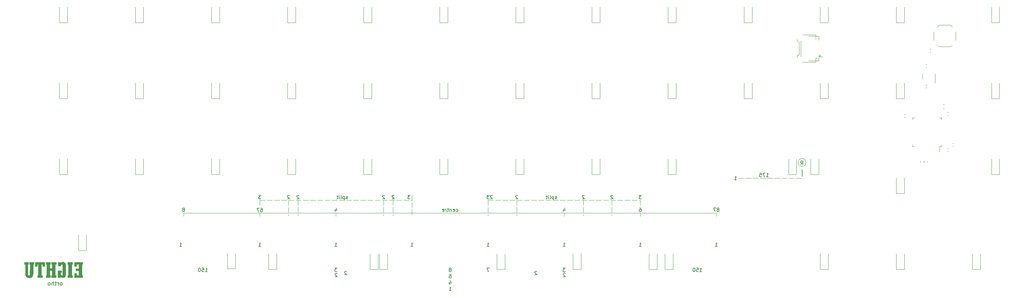
<source format=gbr>
%TF.GenerationSoftware,KiCad,Pcbnew,8.0.5*%
%TF.CreationDate,2024-10-14T19:27:37+02:00*%
%TF.ProjectId,Eightu Ortho,45696768-7475-4204-9f72-74686f2e6b69,rev?*%
%TF.SameCoordinates,Original*%
%TF.FileFunction,Legend,Bot*%
%TF.FilePolarity,Positive*%
%FSLAX46Y46*%
G04 Gerber Fmt 4.6, Leading zero omitted, Abs format (unit mm)*
G04 Created by KiCad (PCBNEW 8.0.5) date 2024-10-14 19:27:37*
%MOMM*%
%LPD*%
G01*
G04 APERTURE LIST*
%ADD10C,0.120000*%
%ADD11C,0.150000*%
%ADD12C,0.000000*%
G04 APERTURE END LIST*
D10*
X131762500Y-103981250D02*
X131762500Y-103187500D01*
X169862500Y-99912500D02*
X171182500Y-99912500D01*
X171662500Y-99912500D02*
X172982500Y-99912500D01*
X173462500Y-99912500D02*
X174782500Y-99912500D01*
X175262500Y-99912500D02*
X176582500Y-99912500D01*
X177062500Y-99912500D02*
X178382500Y-99912500D01*
X178862500Y-99912500D02*
X180182500Y-99912500D01*
X180662500Y-99912500D02*
X181982500Y-99912500D01*
X182462500Y-99912500D02*
X183782500Y-99912500D01*
X184262500Y-99912500D02*
X185582500Y-99912500D01*
X186062500Y-99912500D02*
X187382500Y-99912500D01*
X187862500Y-99912500D02*
X189182500Y-99912500D01*
X189662500Y-99912500D02*
X190982500Y-99912500D01*
X191462500Y-99912500D02*
X192782500Y-99912500D01*
X193262500Y-99912500D02*
X194582500Y-99912500D01*
X195062500Y-99912500D02*
X196382500Y-99912500D01*
X196862500Y-99912500D02*
X198182500Y-99912500D01*
X198662500Y-99912500D02*
X199982500Y-99912500D01*
X200462500Y-99912500D02*
X201782500Y-99912500D01*
X202262500Y-99912500D02*
X203582500Y-99912500D01*
X204062500Y-99912500D02*
X205382500Y-99912500D01*
X205862500Y-99912500D02*
X207182500Y-99912500D01*
X207662500Y-99912500D02*
X207962500Y-99912500D01*
X122237500Y-99912500D02*
X122237500Y-101232500D01*
X122237500Y-101712500D02*
X122237500Y-103032500D01*
X122237500Y-103512500D02*
X122237500Y-103881250D01*
X177006250Y-99912500D02*
X177006250Y-101232500D01*
X177006250Y-101712500D02*
X177006250Y-103032500D01*
X177006250Y-103512500D02*
X177006250Y-103881250D01*
X93662500Y-103187500D02*
X227012500Y-103187500D01*
X119856250Y-99912500D02*
X119856250Y-101232500D01*
X119856250Y-101712500D02*
X119856250Y-103032500D01*
X119856250Y-103512500D02*
X119856250Y-103881250D01*
X112712500Y-103981250D02*
X112712500Y-103187500D01*
X227012500Y-103981250D02*
X227012500Y-103187500D01*
X112712500Y-99912500D02*
X112712500Y-101232500D01*
X143668750Y-99912500D02*
X143668750Y-101232500D01*
X143668750Y-101712500D02*
X143668750Y-103032500D01*
X143668750Y-103512500D02*
X143668750Y-103881250D01*
X188912500Y-103981250D02*
X188912500Y-103187500D01*
X193690467Y-99896426D02*
X193690467Y-101216426D01*
X193690467Y-101696426D02*
X193690467Y-103016426D01*
X193690467Y-103496426D02*
X193690467Y-103865176D01*
D11*
X248443750Y-92266250D02*
X248443750Y-93916250D01*
D10*
X169862500Y-99912500D02*
X169862500Y-101232500D01*
X169862500Y-101712500D02*
X169862500Y-103032500D01*
X169862500Y-103512500D02*
X169862500Y-103881250D01*
X200818750Y-99912500D02*
X200818750Y-101232500D01*
X200818750Y-101712500D02*
X200818750Y-103032500D01*
X200818750Y-103512500D02*
X200818750Y-103881250D01*
X112712500Y-99912500D02*
X114032500Y-99912500D01*
X114512500Y-99912500D02*
X115832500Y-99912500D01*
X116312500Y-99912500D02*
X117632500Y-99912500D01*
X118112500Y-99912500D02*
X119432500Y-99912500D01*
X119912500Y-99912500D02*
X121232500Y-99912500D01*
X121712500Y-99912500D02*
X123032500Y-99912500D01*
X123512500Y-99912500D02*
X124832500Y-99912500D01*
X125312500Y-99912500D02*
X126632500Y-99912500D01*
X127112500Y-99912500D02*
X128432500Y-99912500D01*
X128912500Y-99912500D02*
X130232500Y-99912500D01*
X130712500Y-99912500D02*
X132032500Y-99912500D01*
X132512500Y-99912500D02*
X133832500Y-99912500D01*
X134312500Y-99912500D02*
X135632500Y-99912500D01*
X136112500Y-99912500D02*
X137432500Y-99912500D01*
X137912500Y-99912500D02*
X139232500Y-99912500D01*
X139712500Y-99912500D02*
X141032500Y-99912500D01*
X141512500Y-99912500D02*
X142832500Y-99912500D01*
X143312500Y-99912500D02*
X144632500Y-99912500D01*
X145112500Y-99912500D02*
X146432500Y-99912500D01*
X146912500Y-99912500D02*
X148232500Y-99912500D01*
X148712500Y-99912500D02*
X150032500Y-99912500D01*
X150512500Y-99912500D02*
X150812500Y-99912500D01*
X207962500Y-99912500D02*
X207962500Y-101232500D01*
X146050000Y-99910190D02*
X146050000Y-101230190D01*
X146050000Y-101710190D02*
X146050000Y-103030190D01*
X146050000Y-103510190D02*
X146050000Y-103878940D01*
X207962500Y-103981250D02*
X207962500Y-103187500D01*
X232568750Y-94456250D02*
X233888750Y-94456250D01*
X234368750Y-94456250D02*
X235688750Y-94456250D01*
X236168750Y-94456250D02*
X237488750Y-94456250D01*
X237968750Y-94456250D02*
X239288750Y-94456250D01*
X239768750Y-94456250D02*
X241088750Y-94456250D01*
X241568750Y-94456250D02*
X242888750Y-94456250D01*
X243368750Y-94456250D02*
X244688750Y-94456250D01*
X245168750Y-94456250D02*
X246488750Y-94456250D01*
X246968750Y-94456250D02*
X248288750Y-94456250D01*
X93662500Y-103981250D02*
X93662500Y-103187500D01*
X150802205Y-98678471D02*
X150804817Y-99998468D01*
X150805767Y-100478467D02*
X150808379Y-101798465D01*
X150809328Y-102278464D02*
X150811940Y-103598461D01*
D11*
X134400892Y-117863021D02*
X134358035Y-117820164D01*
X134358035Y-117820164D02*
X134272321Y-117777307D01*
X134272321Y-117777307D02*
X134058035Y-117777307D01*
X134058035Y-117777307D02*
X133972321Y-117820164D01*
X133972321Y-117820164D02*
X133929463Y-117863021D01*
X133929463Y-117863021D02*
X133886606Y-117948735D01*
X133886606Y-117948735D02*
X133886606Y-118034450D01*
X133886606Y-118034450D02*
X133929463Y-118163021D01*
X133929463Y-118163021D02*
X134443749Y-118677307D01*
X134443749Y-118677307D02*
X133886606Y-118677307D01*
X207705356Y-111533557D02*
X208219642Y-111533557D01*
X207962499Y-111533557D02*
X207962499Y-110633557D01*
X207962499Y-110633557D02*
X208048213Y-110762128D01*
X208048213Y-110762128D02*
X208133928Y-110847842D01*
X208133928Y-110847842D02*
X208219642Y-110890700D01*
X143925892Y-98813021D02*
X143883035Y-98770164D01*
X143883035Y-98770164D02*
X143797321Y-98727307D01*
X143797321Y-98727307D02*
X143583035Y-98727307D01*
X143583035Y-98727307D02*
X143497321Y-98770164D01*
X143497321Y-98770164D02*
X143454463Y-98813021D01*
X143454463Y-98813021D02*
X143411606Y-98898735D01*
X143411606Y-98898735D02*
X143411606Y-98984450D01*
X143411606Y-98984450D02*
X143454463Y-99113021D01*
X143454463Y-99113021D02*
X143968749Y-99627307D01*
X143968749Y-99627307D02*
X143411606Y-99627307D01*
X160186820Y-118571057D02*
X160358248Y-118571057D01*
X160358248Y-118571057D02*
X160443962Y-118613914D01*
X160443962Y-118613914D02*
X160486820Y-118656771D01*
X160486820Y-118656771D02*
X160572534Y-118785342D01*
X160572534Y-118785342D02*
X160615391Y-118956771D01*
X160615391Y-118956771D02*
X160615391Y-119299628D01*
X160615391Y-119299628D02*
X160572534Y-119385342D01*
X160572534Y-119385342D02*
X160529677Y-119428200D01*
X160529677Y-119428200D02*
X160443962Y-119471057D01*
X160443962Y-119471057D02*
X160272534Y-119471057D01*
X160272534Y-119471057D02*
X160186820Y-119428200D01*
X160186820Y-119428200D02*
X160143962Y-119385342D01*
X160143962Y-119385342D02*
X160101105Y-119299628D01*
X160101105Y-119299628D02*
X160101105Y-119085342D01*
X160101105Y-119085342D02*
X160143962Y-118999628D01*
X160143962Y-118999628D02*
X160186820Y-118956771D01*
X160186820Y-118956771D02*
X160272534Y-118913914D01*
X160272534Y-118913914D02*
X160443962Y-118913914D01*
X160443962Y-118913914D02*
X160529677Y-118956771D01*
X160529677Y-118956771D02*
X160572534Y-118999628D01*
X160572534Y-118999628D02*
X160615391Y-119085342D01*
X189212499Y-116983557D02*
X188655356Y-116983557D01*
X188655356Y-116983557D02*
X188955356Y-117326414D01*
X188955356Y-117326414D02*
X188826785Y-117326414D01*
X188826785Y-117326414D02*
X188741071Y-117369271D01*
X188741071Y-117369271D02*
X188698213Y-117412128D01*
X188698213Y-117412128D02*
X188655356Y-117497842D01*
X188655356Y-117497842D02*
X188655356Y-117712128D01*
X188655356Y-117712128D02*
X188698213Y-117797842D01*
X188698213Y-117797842D02*
X188741071Y-117840700D01*
X188741071Y-117840700D02*
X188826785Y-117883557D01*
X188826785Y-117883557D02*
X189083928Y-117883557D01*
X189083928Y-117883557D02*
X189169642Y-117840700D01*
X189169642Y-117840700D02*
X189212499Y-117797842D01*
X150318749Y-98727307D02*
X149761606Y-98727307D01*
X149761606Y-98727307D02*
X150061606Y-99070164D01*
X150061606Y-99070164D02*
X149933035Y-99070164D01*
X149933035Y-99070164D02*
X149847321Y-99113021D01*
X149847321Y-99113021D02*
X149804463Y-99155878D01*
X149804463Y-99155878D02*
X149761606Y-99241592D01*
X149761606Y-99241592D02*
X149761606Y-99455878D01*
X149761606Y-99455878D02*
X149804463Y-99541592D01*
X149804463Y-99541592D02*
X149847321Y-99584450D01*
X149847321Y-99584450D02*
X149933035Y-99627307D01*
X149933035Y-99627307D02*
X150190178Y-99627307D01*
X150190178Y-99627307D02*
X150275892Y-99584450D01*
X150275892Y-99584450D02*
X150318749Y-99541592D01*
X99024999Y-117883557D02*
X99539285Y-117883557D01*
X99282142Y-117883557D02*
X99282142Y-116983557D01*
X99282142Y-116983557D02*
X99367856Y-117112128D01*
X99367856Y-117112128D02*
X99453571Y-117197842D01*
X99453571Y-117197842D02*
X99539285Y-117240700D01*
X98210713Y-116983557D02*
X98639285Y-116983557D01*
X98639285Y-116983557D02*
X98682142Y-117412128D01*
X98682142Y-117412128D02*
X98639285Y-117369271D01*
X98639285Y-117369271D02*
X98553571Y-117326414D01*
X98553571Y-117326414D02*
X98339285Y-117326414D01*
X98339285Y-117326414D02*
X98253571Y-117369271D01*
X98253571Y-117369271D02*
X98210713Y-117412128D01*
X98210713Y-117412128D02*
X98167856Y-117497842D01*
X98167856Y-117497842D02*
X98167856Y-117712128D01*
X98167856Y-117712128D02*
X98210713Y-117797842D01*
X98210713Y-117797842D02*
X98253571Y-117840700D01*
X98253571Y-117840700D02*
X98339285Y-117883557D01*
X98339285Y-117883557D02*
X98553571Y-117883557D01*
X98553571Y-117883557D02*
X98639285Y-117840700D01*
X98639285Y-117840700D02*
X98682142Y-117797842D01*
X97610713Y-116983557D02*
X97524999Y-116983557D01*
X97524999Y-116983557D02*
X97439285Y-117026414D01*
X97439285Y-117026414D02*
X97396428Y-117069271D01*
X97396428Y-117069271D02*
X97353570Y-117154985D01*
X97353570Y-117154985D02*
X97310713Y-117326414D01*
X97310713Y-117326414D02*
X97310713Y-117540700D01*
X97310713Y-117540700D02*
X97353570Y-117712128D01*
X97353570Y-117712128D02*
X97396428Y-117797842D01*
X97396428Y-117797842D02*
X97439285Y-117840700D01*
X97439285Y-117840700D02*
X97524999Y-117883557D01*
X97524999Y-117883557D02*
X97610713Y-117883557D01*
X97610713Y-117883557D02*
X97696428Y-117840700D01*
X97696428Y-117840700D02*
X97739285Y-117797842D01*
X97739285Y-117797842D02*
X97782142Y-117712128D01*
X97782142Y-117712128D02*
X97824999Y-117540700D01*
X97824999Y-117540700D02*
X97824999Y-117326414D01*
X97824999Y-117326414D02*
X97782142Y-117154985D01*
X97782142Y-117154985D02*
X97739285Y-117069271D01*
X97739285Y-117069271D02*
X97696428Y-117026414D01*
X97696428Y-117026414D02*
X97610713Y-116983557D01*
X112455356Y-111533557D02*
X112969642Y-111533557D01*
X112712499Y-111533557D02*
X112712499Y-110633557D01*
X112712499Y-110633557D02*
X112798213Y-110762128D01*
X112798213Y-110762128D02*
X112883928Y-110847842D01*
X112883928Y-110847842D02*
X112969642Y-110890700D01*
X248113211Y-91025973D02*
X248413211Y-90597401D01*
X248627497Y-91025973D02*
X248627497Y-90125973D01*
X248627497Y-90125973D02*
X248284640Y-90125973D01*
X248284640Y-90125973D02*
X248198925Y-90168830D01*
X248198925Y-90168830D02*
X248156068Y-90211687D01*
X248156068Y-90211687D02*
X248113211Y-90297401D01*
X248113211Y-90297401D02*
X248113211Y-90425973D01*
X248113211Y-90425973D02*
X248156068Y-90511687D01*
X248156068Y-90511687D02*
X248198925Y-90554544D01*
X248198925Y-90554544D02*
X248284640Y-90597401D01*
X248284640Y-90597401D02*
X248627497Y-90597401D01*
X132035003Y-118380257D02*
X131992146Y-118337400D01*
X131992146Y-118337400D02*
X131906432Y-118294543D01*
X131906432Y-118294543D02*
X131692146Y-118294543D01*
X131692146Y-118294543D02*
X131606432Y-118337400D01*
X131606432Y-118337400D02*
X131563574Y-118380257D01*
X131563574Y-118380257D02*
X131520717Y-118465971D01*
X131520717Y-118465971D02*
X131520717Y-118551686D01*
X131520717Y-118551686D02*
X131563574Y-118680257D01*
X131563574Y-118680257D02*
X132077860Y-119194543D01*
X132077860Y-119194543D02*
X131520717Y-119194543D01*
X131591071Y-102202307D02*
X131591071Y-102802307D01*
X131805356Y-101859450D02*
X132019642Y-102502307D01*
X132019642Y-102502307D02*
X131462499Y-102502307D01*
X113012499Y-98727307D02*
X112455356Y-98727307D01*
X112455356Y-98727307D02*
X112755356Y-99070164D01*
X112755356Y-99070164D02*
X112626785Y-99070164D01*
X112626785Y-99070164D02*
X112541071Y-99113021D01*
X112541071Y-99113021D02*
X112498213Y-99155878D01*
X112498213Y-99155878D02*
X112455356Y-99241592D01*
X112455356Y-99241592D02*
X112455356Y-99455878D01*
X112455356Y-99455878D02*
X112498213Y-99541592D01*
X112498213Y-99541592D02*
X112541071Y-99584450D01*
X112541071Y-99584450D02*
X112626785Y-99627307D01*
X112626785Y-99627307D02*
X112883928Y-99627307D01*
X112883928Y-99627307D02*
X112969642Y-99584450D01*
X112969642Y-99584450D02*
X113012499Y-99541592D01*
X150555356Y-111533557D02*
X151069642Y-111533557D01*
X150812499Y-111533557D02*
X150812499Y-110633557D01*
X150812499Y-110633557D02*
X150898213Y-110762128D01*
X150898213Y-110762128D02*
X150983928Y-110847842D01*
X150983928Y-110847842D02*
X151069642Y-110890700D01*
X231517856Y-94864807D02*
X232032142Y-94864807D01*
X231774999Y-94864807D02*
X231774999Y-93964807D01*
X231774999Y-93964807D02*
X231860713Y-94093378D01*
X231860713Y-94093378D02*
X231946428Y-94179092D01*
X231946428Y-94179092D02*
X232032142Y-94221950D01*
X160080356Y-122646057D02*
X160594642Y-122646057D01*
X160337499Y-122646057D02*
X160337499Y-121746057D01*
X160337499Y-121746057D02*
X160423213Y-121874628D01*
X160423213Y-121874628D02*
X160508928Y-121960342D01*
X160508928Y-121960342D02*
X160594642Y-122003200D01*
X170162499Y-116983557D02*
X169562499Y-116983557D01*
X169562499Y-116983557D02*
X169948213Y-117883557D01*
X63020363Y-121313569D02*
X63115601Y-121265950D01*
X63115601Y-121265950D02*
X63163220Y-121218330D01*
X63163220Y-121218330D02*
X63210839Y-121123092D01*
X63210839Y-121123092D02*
X63210839Y-120837378D01*
X63210839Y-120837378D02*
X63163220Y-120742140D01*
X63163220Y-120742140D02*
X63115601Y-120694521D01*
X63115601Y-120694521D02*
X63020363Y-120646902D01*
X63020363Y-120646902D02*
X62877506Y-120646902D01*
X62877506Y-120646902D02*
X62782268Y-120694521D01*
X62782268Y-120694521D02*
X62734649Y-120742140D01*
X62734649Y-120742140D02*
X62687030Y-120837378D01*
X62687030Y-120837378D02*
X62687030Y-121123092D01*
X62687030Y-121123092D02*
X62734649Y-121218330D01*
X62734649Y-121218330D02*
X62782268Y-121265950D01*
X62782268Y-121265950D02*
X62877506Y-121313569D01*
X62877506Y-121313569D02*
X63020363Y-121313569D01*
X62258458Y-121313569D02*
X62258458Y-120646902D01*
X62258458Y-120837378D02*
X62210839Y-120742140D01*
X62210839Y-120742140D02*
X62163220Y-120694521D01*
X62163220Y-120694521D02*
X62067982Y-120646902D01*
X62067982Y-120646902D02*
X61972744Y-120646902D01*
X61782267Y-120646902D02*
X61401315Y-120646902D01*
X61639410Y-120313569D02*
X61639410Y-121170711D01*
X61639410Y-121170711D02*
X61591791Y-121265950D01*
X61591791Y-121265950D02*
X61496553Y-121313569D01*
X61496553Y-121313569D02*
X61401315Y-121313569D01*
X61067981Y-121313569D02*
X61067981Y-120313569D01*
X60639410Y-121313569D02*
X60639410Y-120789759D01*
X60639410Y-120789759D02*
X60687029Y-120694521D01*
X60687029Y-120694521D02*
X60782267Y-120646902D01*
X60782267Y-120646902D02*
X60925124Y-120646902D01*
X60925124Y-120646902D02*
X61020362Y-120694521D01*
X61020362Y-120694521D02*
X61067981Y-120742140D01*
X60020362Y-121313569D02*
X60115600Y-121265950D01*
X60115600Y-121265950D02*
X60163219Y-121218330D01*
X60163219Y-121218330D02*
X60210838Y-121123092D01*
X60210838Y-121123092D02*
X60210838Y-120837378D01*
X60210838Y-120837378D02*
X60163219Y-120742140D01*
X60163219Y-120742140D02*
X60115600Y-120694521D01*
X60115600Y-120694521D02*
X60020362Y-120646902D01*
X60020362Y-120646902D02*
X59877505Y-120646902D01*
X59877505Y-120646902D02*
X59782267Y-120694521D01*
X59782267Y-120694521D02*
X59734648Y-120742140D01*
X59734648Y-120742140D02*
X59687029Y-120837378D01*
X59687029Y-120837378D02*
X59687029Y-121123092D01*
X59687029Y-121123092D02*
X59734648Y-121218330D01*
X59734648Y-121218330D02*
X59782267Y-121265950D01*
X59782267Y-121265950D02*
X59877505Y-121313569D01*
X59877505Y-121313569D02*
X60020362Y-121313569D01*
X193932142Y-98813021D02*
X193889285Y-98770164D01*
X193889285Y-98770164D02*
X193803571Y-98727307D01*
X193803571Y-98727307D02*
X193589285Y-98727307D01*
X193589285Y-98727307D02*
X193503571Y-98770164D01*
X193503571Y-98770164D02*
X193460713Y-98813021D01*
X193460713Y-98813021D02*
X193417856Y-98898735D01*
X193417856Y-98898735D02*
X193417856Y-98984450D01*
X193417856Y-98984450D02*
X193460713Y-99113021D01*
X193460713Y-99113021D02*
X193974999Y-99627307D01*
X193974999Y-99627307D02*
X193417856Y-99627307D01*
X208262499Y-98727307D02*
X207705356Y-98727307D01*
X207705356Y-98727307D02*
X208005356Y-99070164D01*
X208005356Y-99070164D02*
X207876785Y-99070164D01*
X207876785Y-99070164D02*
X207791071Y-99113021D01*
X207791071Y-99113021D02*
X207748213Y-99155878D01*
X207748213Y-99155878D02*
X207705356Y-99241592D01*
X207705356Y-99241592D02*
X207705356Y-99455878D01*
X207705356Y-99455878D02*
X207748213Y-99541592D01*
X207748213Y-99541592D02*
X207791071Y-99584450D01*
X207791071Y-99584450D02*
X207876785Y-99627307D01*
X207876785Y-99627307D02*
X208133928Y-99627307D01*
X208133928Y-99627307D02*
X208219642Y-99584450D01*
X208219642Y-99584450D02*
X208262499Y-99541592D01*
X188655356Y-111533557D02*
X189169642Y-111533557D01*
X188912499Y-111533557D02*
X188912499Y-110633557D01*
X188912499Y-110633557D02*
X188998213Y-110762128D01*
X188998213Y-110762128D02*
X189083928Y-110847842D01*
X189083928Y-110847842D02*
X189169642Y-110890700D01*
X187044642Y-99584450D02*
X186958928Y-99627307D01*
X186958928Y-99627307D02*
X186787499Y-99627307D01*
X186787499Y-99627307D02*
X186701785Y-99584450D01*
X186701785Y-99584450D02*
X186658928Y-99498735D01*
X186658928Y-99498735D02*
X186658928Y-99455878D01*
X186658928Y-99455878D02*
X186701785Y-99370164D01*
X186701785Y-99370164D02*
X186787499Y-99327307D01*
X186787499Y-99327307D02*
X186916071Y-99327307D01*
X186916071Y-99327307D02*
X187001785Y-99284450D01*
X187001785Y-99284450D02*
X187044642Y-99198735D01*
X187044642Y-99198735D02*
X187044642Y-99155878D01*
X187044642Y-99155878D02*
X187001785Y-99070164D01*
X187001785Y-99070164D02*
X186916071Y-99027307D01*
X186916071Y-99027307D02*
X186787499Y-99027307D01*
X186787499Y-99027307D02*
X186701785Y-99070164D01*
X186273214Y-99027307D02*
X186273214Y-99927307D01*
X186273214Y-99070164D02*
X186187500Y-99027307D01*
X186187500Y-99027307D02*
X186016071Y-99027307D01*
X186016071Y-99027307D02*
X185930357Y-99070164D01*
X185930357Y-99070164D02*
X185887500Y-99113021D01*
X185887500Y-99113021D02*
X185844642Y-99198735D01*
X185844642Y-99198735D02*
X185844642Y-99455878D01*
X185844642Y-99455878D02*
X185887500Y-99541592D01*
X185887500Y-99541592D02*
X185930357Y-99584450D01*
X185930357Y-99584450D02*
X186016071Y-99627307D01*
X186016071Y-99627307D02*
X186187500Y-99627307D01*
X186187500Y-99627307D02*
X186273214Y-99584450D01*
X185330356Y-99627307D02*
X185416071Y-99584450D01*
X185416071Y-99584450D02*
X185458928Y-99498735D01*
X185458928Y-99498735D02*
X185458928Y-98727307D01*
X184987499Y-99627307D02*
X184987499Y-99027307D01*
X184987499Y-98727307D02*
X185030356Y-98770164D01*
X185030356Y-98770164D02*
X184987499Y-98813021D01*
X184987499Y-98813021D02*
X184944642Y-98770164D01*
X184944642Y-98770164D02*
X184987499Y-98727307D01*
X184987499Y-98727307D02*
X184987499Y-98813021D01*
X184687499Y-99027307D02*
X184344642Y-99027307D01*
X184558928Y-98727307D02*
X184558928Y-99498735D01*
X184558928Y-99498735D02*
X184516071Y-99584450D01*
X184516071Y-99584450D02*
X184430356Y-99627307D01*
X184430356Y-99627307D02*
X184344642Y-99627307D01*
X226755356Y-111533557D02*
X227269642Y-111533557D01*
X227012499Y-111533557D02*
X227012499Y-110633557D01*
X227012499Y-110633557D02*
X227098213Y-110762128D01*
X227098213Y-110762128D02*
X227183928Y-110847842D01*
X227183928Y-110847842D02*
X227269642Y-110890700D01*
X93748213Y-102288021D02*
X93833928Y-102245164D01*
X93833928Y-102245164D02*
X93876785Y-102202307D01*
X93876785Y-102202307D02*
X93919642Y-102116592D01*
X93919642Y-102116592D02*
X93919642Y-102073735D01*
X93919642Y-102073735D02*
X93876785Y-101988021D01*
X93876785Y-101988021D02*
X93833928Y-101945164D01*
X93833928Y-101945164D02*
X93748213Y-101902307D01*
X93748213Y-101902307D02*
X93576785Y-101902307D01*
X93576785Y-101902307D02*
X93491071Y-101945164D01*
X93491071Y-101945164D02*
X93448213Y-101988021D01*
X93448213Y-101988021D02*
X93405356Y-102073735D01*
X93405356Y-102073735D02*
X93405356Y-102116592D01*
X93405356Y-102116592D02*
X93448213Y-102202307D01*
X93448213Y-102202307D02*
X93491071Y-102245164D01*
X93491071Y-102245164D02*
X93576785Y-102288021D01*
X93576785Y-102288021D02*
X93748213Y-102288021D01*
X93748213Y-102288021D02*
X93833928Y-102330878D01*
X93833928Y-102330878D02*
X93876785Y-102373735D01*
X93876785Y-102373735D02*
X93919642Y-102459450D01*
X93919642Y-102459450D02*
X93919642Y-102630878D01*
X93919642Y-102630878D02*
X93876785Y-102716592D01*
X93876785Y-102716592D02*
X93833928Y-102759450D01*
X93833928Y-102759450D02*
X93748213Y-102802307D01*
X93748213Y-102802307D02*
X93576785Y-102802307D01*
X93576785Y-102802307D02*
X93491071Y-102759450D01*
X93491071Y-102759450D02*
X93448213Y-102716592D01*
X93448213Y-102716592D02*
X93405356Y-102630878D01*
X93405356Y-102630878D02*
X93405356Y-102459450D01*
X93405356Y-102459450D02*
X93448213Y-102373735D01*
X93448213Y-102373735D02*
X93491071Y-102330878D01*
X93491071Y-102330878D02*
X93576785Y-102288021D01*
X131505356Y-111533557D02*
X132019642Y-111533557D01*
X131762499Y-111533557D02*
X131762499Y-110633557D01*
X131762499Y-110633557D02*
X131848213Y-110762128D01*
X131848213Y-110762128D02*
X131933928Y-110847842D01*
X131933928Y-110847842D02*
X132019642Y-110890700D01*
X239518749Y-94071057D02*
X240033035Y-94071057D01*
X239775892Y-94071057D02*
X239775892Y-93171057D01*
X239775892Y-93171057D02*
X239861606Y-93299628D01*
X239861606Y-93299628D02*
X239947321Y-93385342D01*
X239947321Y-93385342D02*
X240033035Y-93428200D01*
X239218749Y-93171057D02*
X238618749Y-93171057D01*
X238618749Y-93171057D02*
X239004463Y-94071057D01*
X237847320Y-93171057D02*
X238275892Y-93171057D01*
X238275892Y-93171057D02*
X238318749Y-93599628D01*
X238318749Y-93599628D02*
X238275892Y-93556771D01*
X238275892Y-93556771D02*
X238190178Y-93513914D01*
X238190178Y-93513914D02*
X237975892Y-93513914D01*
X237975892Y-93513914D02*
X237890178Y-93556771D01*
X237890178Y-93556771D02*
X237847320Y-93599628D01*
X237847320Y-93599628D02*
X237804463Y-93685342D01*
X237804463Y-93685342D02*
X237804463Y-93899628D01*
X237804463Y-93899628D02*
X237847320Y-93985342D01*
X237847320Y-93985342D02*
X237890178Y-94028200D01*
X237890178Y-94028200D02*
X237975892Y-94071057D01*
X237975892Y-94071057D02*
X238190178Y-94071057D01*
X238190178Y-94071057D02*
X238275892Y-94028200D01*
X238275892Y-94028200D02*
X238318749Y-93985342D01*
X122494642Y-98813021D02*
X122451785Y-98770164D01*
X122451785Y-98770164D02*
X122366071Y-98727307D01*
X122366071Y-98727307D02*
X122151785Y-98727307D01*
X122151785Y-98727307D02*
X122066071Y-98770164D01*
X122066071Y-98770164D02*
X122023213Y-98813021D01*
X122023213Y-98813021D02*
X121980356Y-98898735D01*
X121980356Y-98898735D02*
X121980356Y-98984450D01*
X121980356Y-98984450D02*
X122023213Y-99113021D01*
X122023213Y-99113021D02*
X122537499Y-99627307D01*
X122537499Y-99627307D02*
X121980356Y-99627307D01*
X182025892Y-117863021D02*
X181983035Y-117820164D01*
X181983035Y-117820164D02*
X181897321Y-117777307D01*
X181897321Y-117777307D02*
X181683035Y-117777307D01*
X181683035Y-117777307D02*
X181597321Y-117820164D01*
X181597321Y-117820164D02*
X181554463Y-117863021D01*
X181554463Y-117863021D02*
X181511606Y-117948735D01*
X181511606Y-117948735D02*
X181511606Y-118034450D01*
X181511606Y-118034450D02*
X181554463Y-118163021D01*
X181554463Y-118163021D02*
X182068749Y-118677307D01*
X182068749Y-118677307D02*
X181511606Y-118677307D01*
X201075892Y-98813021D02*
X201033035Y-98770164D01*
X201033035Y-98770164D02*
X200947321Y-98727307D01*
X200947321Y-98727307D02*
X200733035Y-98727307D01*
X200733035Y-98727307D02*
X200647321Y-98770164D01*
X200647321Y-98770164D02*
X200604463Y-98813021D01*
X200604463Y-98813021D02*
X200561606Y-98898735D01*
X200561606Y-98898735D02*
X200561606Y-98984450D01*
X200561606Y-98984450D02*
X200604463Y-99113021D01*
X200604463Y-99113021D02*
X201118749Y-99627307D01*
X201118749Y-99627307D02*
X200561606Y-99627307D01*
X222849999Y-117883557D02*
X223364285Y-117883557D01*
X223107142Y-117883557D02*
X223107142Y-116983557D01*
X223107142Y-116983557D02*
X223192856Y-117112128D01*
X223192856Y-117112128D02*
X223278571Y-117197842D01*
X223278571Y-117197842D02*
X223364285Y-117240700D01*
X222035713Y-116983557D02*
X222464285Y-116983557D01*
X222464285Y-116983557D02*
X222507142Y-117412128D01*
X222507142Y-117412128D02*
X222464285Y-117369271D01*
X222464285Y-117369271D02*
X222378571Y-117326414D01*
X222378571Y-117326414D02*
X222164285Y-117326414D01*
X222164285Y-117326414D02*
X222078571Y-117369271D01*
X222078571Y-117369271D02*
X222035713Y-117412128D01*
X222035713Y-117412128D02*
X221992856Y-117497842D01*
X221992856Y-117497842D02*
X221992856Y-117712128D01*
X221992856Y-117712128D02*
X222035713Y-117797842D01*
X222035713Y-117797842D02*
X222078571Y-117840700D01*
X222078571Y-117840700D02*
X222164285Y-117883557D01*
X222164285Y-117883557D02*
X222378571Y-117883557D01*
X222378571Y-117883557D02*
X222464285Y-117840700D01*
X222464285Y-117840700D02*
X222507142Y-117797842D01*
X221435713Y-116983557D02*
X221349999Y-116983557D01*
X221349999Y-116983557D02*
X221264285Y-117026414D01*
X221264285Y-117026414D02*
X221221428Y-117069271D01*
X221221428Y-117069271D02*
X221178570Y-117154985D01*
X221178570Y-117154985D02*
X221135713Y-117326414D01*
X221135713Y-117326414D02*
X221135713Y-117540700D01*
X221135713Y-117540700D02*
X221178570Y-117712128D01*
X221178570Y-117712128D02*
X221221428Y-117797842D01*
X221221428Y-117797842D02*
X221264285Y-117840700D01*
X221264285Y-117840700D02*
X221349999Y-117883557D01*
X221349999Y-117883557D02*
X221435713Y-117883557D01*
X221435713Y-117883557D02*
X221521428Y-117840700D01*
X221521428Y-117840700D02*
X221564285Y-117797842D01*
X221564285Y-117797842D02*
X221607142Y-117712128D01*
X221607142Y-117712128D02*
X221649999Y-117540700D01*
X221649999Y-117540700D02*
X221649999Y-117326414D01*
X221649999Y-117326414D02*
X221607142Y-117154985D01*
X221607142Y-117154985D02*
X221564285Y-117069271D01*
X221564285Y-117069271D02*
X221521428Y-117026414D01*
X221521428Y-117026414D02*
X221435713Y-116983557D01*
X112932798Y-101973888D02*
X113104226Y-101973888D01*
X113104226Y-101973888D02*
X113189940Y-102016745D01*
X113189940Y-102016745D02*
X113232798Y-102059602D01*
X113232798Y-102059602D02*
X113318512Y-102188173D01*
X113318512Y-102188173D02*
X113361369Y-102359602D01*
X113361369Y-102359602D02*
X113361369Y-102702459D01*
X113361369Y-102702459D02*
X113318512Y-102788173D01*
X113318512Y-102788173D02*
X113275655Y-102831031D01*
X113275655Y-102831031D02*
X113189940Y-102873888D01*
X113189940Y-102873888D02*
X113018512Y-102873888D01*
X113018512Y-102873888D02*
X112932798Y-102831031D01*
X112932798Y-102831031D02*
X112889940Y-102788173D01*
X112889940Y-102788173D02*
X112847083Y-102702459D01*
X112847083Y-102702459D02*
X112847083Y-102488173D01*
X112847083Y-102488173D02*
X112889940Y-102402459D01*
X112889940Y-102402459D02*
X112932798Y-102359602D01*
X112932798Y-102359602D02*
X113018512Y-102316745D01*
X113018512Y-102316745D02*
X113189940Y-102316745D01*
X113189940Y-102316745D02*
X113275655Y-102359602D01*
X113275655Y-102359602D02*
X113318512Y-102402459D01*
X113318512Y-102402459D02*
X113361369Y-102488173D01*
X170913392Y-98813021D02*
X170870535Y-98770164D01*
X170870535Y-98770164D02*
X170784821Y-98727307D01*
X170784821Y-98727307D02*
X170570535Y-98727307D01*
X170570535Y-98727307D02*
X170484821Y-98770164D01*
X170484821Y-98770164D02*
X170441963Y-98813021D01*
X170441963Y-98813021D02*
X170399106Y-98898735D01*
X170399106Y-98898735D02*
X170399106Y-98984450D01*
X170399106Y-98984450D02*
X170441963Y-99113021D01*
X170441963Y-99113021D02*
X170956249Y-99627307D01*
X170956249Y-99627307D02*
X170399106Y-99627307D01*
X160170279Y-120484852D02*
X160170279Y-121084852D01*
X160384564Y-120141995D02*
X160598850Y-120784852D01*
X160598850Y-120784852D02*
X160041707Y-120784852D01*
X134657142Y-99584450D02*
X134571428Y-99627307D01*
X134571428Y-99627307D02*
X134399999Y-99627307D01*
X134399999Y-99627307D02*
X134314285Y-99584450D01*
X134314285Y-99584450D02*
X134271428Y-99498735D01*
X134271428Y-99498735D02*
X134271428Y-99455878D01*
X134271428Y-99455878D02*
X134314285Y-99370164D01*
X134314285Y-99370164D02*
X134399999Y-99327307D01*
X134399999Y-99327307D02*
X134528571Y-99327307D01*
X134528571Y-99327307D02*
X134614285Y-99284450D01*
X134614285Y-99284450D02*
X134657142Y-99198735D01*
X134657142Y-99198735D02*
X134657142Y-99155878D01*
X134657142Y-99155878D02*
X134614285Y-99070164D01*
X134614285Y-99070164D02*
X134528571Y-99027307D01*
X134528571Y-99027307D02*
X134399999Y-99027307D01*
X134399999Y-99027307D02*
X134314285Y-99070164D01*
X133885714Y-99027307D02*
X133885714Y-99927307D01*
X133885714Y-99070164D02*
X133800000Y-99027307D01*
X133800000Y-99027307D02*
X133628571Y-99027307D01*
X133628571Y-99027307D02*
X133542857Y-99070164D01*
X133542857Y-99070164D02*
X133500000Y-99113021D01*
X133500000Y-99113021D02*
X133457142Y-99198735D01*
X133457142Y-99198735D02*
X133457142Y-99455878D01*
X133457142Y-99455878D02*
X133500000Y-99541592D01*
X133500000Y-99541592D02*
X133542857Y-99584450D01*
X133542857Y-99584450D02*
X133628571Y-99627307D01*
X133628571Y-99627307D02*
X133800000Y-99627307D01*
X133800000Y-99627307D02*
X133885714Y-99584450D01*
X132942856Y-99627307D02*
X133028571Y-99584450D01*
X133028571Y-99584450D02*
X133071428Y-99498735D01*
X133071428Y-99498735D02*
X133071428Y-98727307D01*
X132599999Y-99627307D02*
X132599999Y-99027307D01*
X132599999Y-98727307D02*
X132642856Y-98770164D01*
X132642856Y-98770164D02*
X132599999Y-98813021D01*
X132599999Y-98813021D02*
X132557142Y-98770164D01*
X132557142Y-98770164D02*
X132599999Y-98727307D01*
X132599999Y-98727307D02*
X132599999Y-98813021D01*
X132299999Y-99027307D02*
X131957142Y-99027307D01*
X132171428Y-98727307D02*
X132171428Y-99498735D01*
X132171428Y-99498735D02*
X132128571Y-99584450D01*
X132128571Y-99584450D02*
X132042856Y-99627307D01*
X132042856Y-99627307D02*
X131957142Y-99627307D01*
X160443962Y-117369271D02*
X160529677Y-117326414D01*
X160529677Y-117326414D02*
X160572534Y-117283557D01*
X160572534Y-117283557D02*
X160615391Y-117197842D01*
X160615391Y-117197842D02*
X160615391Y-117154985D01*
X160615391Y-117154985D02*
X160572534Y-117069271D01*
X160572534Y-117069271D02*
X160529677Y-117026414D01*
X160529677Y-117026414D02*
X160443962Y-116983557D01*
X160443962Y-116983557D02*
X160272534Y-116983557D01*
X160272534Y-116983557D02*
X160186820Y-117026414D01*
X160186820Y-117026414D02*
X160143962Y-117069271D01*
X160143962Y-117069271D02*
X160101105Y-117154985D01*
X160101105Y-117154985D02*
X160101105Y-117197842D01*
X160101105Y-117197842D02*
X160143962Y-117283557D01*
X160143962Y-117283557D02*
X160186820Y-117326414D01*
X160186820Y-117326414D02*
X160272534Y-117369271D01*
X160272534Y-117369271D02*
X160443962Y-117369271D01*
X160443962Y-117369271D02*
X160529677Y-117412128D01*
X160529677Y-117412128D02*
X160572534Y-117454985D01*
X160572534Y-117454985D02*
X160615391Y-117540700D01*
X160615391Y-117540700D02*
X160615391Y-117712128D01*
X160615391Y-117712128D02*
X160572534Y-117797842D01*
X160572534Y-117797842D02*
X160529677Y-117840700D01*
X160529677Y-117840700D02*
X160443962Y-117883557D01*
X160443962Y-117883557D02*
X160272534Y-117883557D01*
X160272534Y-117883557D02*
X160186820Y-117840700D01*
X160186820Y-117840700D02*
X160143962Y-117797842D01*
X160143962Y-117797842D02*
X160101105Y-117712128D01*
X160101105Y-117712128D02*
X160101105Y-117540700D01*
X160101105Y-117540700D02*
X160143962Y-117454985D01*
X160143962Y-117454985D02*
X160186820Y-117412128D01*
X160186820Y-117412128D02*
X160272534Y-117369271D01*
X189169642Y-118327290D02*
X189126785Y-118284433D01*
X189126785Y-118284433D02*
X189041071Y-118241576D01*
X189041071Y-118241576D02*
X188826785Y-118241576D01*
X188826785Y-118241576D02*
X188741071Y-118284433D01*
X188741071Y-118284433D02*
X188698213Y-118327290D01*
X188698213Y-118327290D02*
X188655356Y-118413004D01*
X188655356Y-118413004D02*
X188655356Y-118498719D01*
X188655356Y-118498719D02*
X188698213Y-118627290D01*
X188698213Y-118627290D02*
X189212499Y-119141576D01*
X189212499Y-119141576D02*
X188655356Y-119141576D01*
X161837501Y-102759450D02*
X161923215Y-102802307D01*
X161923215Y-102802307D02*
X162094643Y-102802307D01*
X162094643Y-102802307D02*
X162180358Y-102759450D01*
X162180358Y-102759450D02*
X162223215Y-102716592D01*
X162223215Y-102716592D02*
X162266072Y-102630878D01*
X162266072Y-102630878D02*
X162266072Y-102373735D01*
X162266072Y-102373735D02*
X162223215Y-102288021D01*
X162223215Y-102288021D02*
X162180358Y-102245164D01*
X162180358Y-102245164D02*
X162094643Y-102202307D01*
X162094643Y-102202307D02*
X161923215Y-102202307D01*
X161923215Y-102202307D02*
X161837501Y-102245164D01*
X161108929Y-102759450D02*
X161194643Y-102802307D01*
X161194643Y-102802307D02*
X161366072Y-102802307D01*
X161366072Y-102802307D02*
X161451786Y-102759450D01*
X161451786Y-102759450D02*
X161494643Y-102673735D01*
X161494643Y-102673735D02*
X161494643Y-102330878D01*
X161494643Y-102330878D02*
X161451786Y-102245164D01*
X161451786Y-102245164D02*
X161366072Y-102202307D01*
X161366072Y-102202307D02*
X161194643Y-102202307D01*
X161194643Y-102202307D02*
X161108929Y-102245164D01*
X161108929Y-102245164D02*
X161066072Y-102330878D01*
X161066072Y-102330878D02*
X161066072Y-102416592D01*
X161066072Y-102416592D02*
X161494643Y-102502307D01*
X160680357Y-102202307D02*
X160680357Y-102802307D01*
X160680357Y-102288021D02*
X160637500Y-102245164D01*
X160637500Y-102245164D02*
X160551785Y-102202307D01*
X160551785Y-102202307D02*
X160423214Y-102202307D01*
X160423214Y-102202307D02*
X160337500Y-102245164D01*
X160337500Y-102245164D02*
X160294643Y-102330878D01*
X160294643Y-102330878D02*
X160294643Y-102802307D01*
X159994642Y-102202307D02*
X159651785Y-102202307D01*
X159866071Y-101902307D02*
X159866071Y-102673735D01*
X159866071Y-102673735D02*
X159823214Y-102759450D01*
X159823214Y-102759450D02*
X159737499Y-102802307D01*
X159737499Y-102802307D02*
X159651785Y-102802307D01*
X159351785Y-102802307D02*
X159351785Y-102202307D01*
X159351785Y-102373735D02*
X159308928Y-102288021D01*
X159308928Y-102288021D02*
X159266071Y-102245164D01*
X159266071Y-102245164D02*
X159180356Y-102202307D01*
X159180356Y-102202307D02*
X159094642Y-102202307D01*
X158451785Y-102759450D02*
X158537499Y-102802307D01*
X158537499Y-102802307D02*
X158708928Y-102802307D01*
X158708928Y-102802307D02*
X158794642Y-102759450D01*
X158794642Y-102759450D02*
X158837499Y-102673735D01*
X158837499Y-102673735D02*
X158837499Y-102330878D01*
X158837499Y-102330878D02*
X158794642Y-102245164D01*
X158794642Y-102245164D02*
X158708928Y-102202307D01*
X158708928Y-102202307D02*
X158537499Y-102202307D01*
X158537499Y-102202307D02*
X158451785Y-102245164D01*
X158451785Y-102245164D02*
X158408928Y-102330878D01*
X158408928Y-102330878D02*
X158408928Y-102416592D01*
X158408928Y-102416592D02*
X158837499Y-102502307D01*
X92611606Y-111533557D02*
X93125892Y-111533557D01*
X92868749Y-111533557D02*
X92868749Y-110633557D01*
X92868749Y-110633557D02*
X92954463Y-110762128D01*
X92954463Y-110762128D02*
X93040178Y-110847842D01*
X93040178Y-110847842D02*
X93125892Y-110890700D01*
X146307142Y-98813021D02*
X146264285Y-98770164D01*
X146264285Y-98770164D02*
X146178571Y-98727307D01*
X146178571Y-98727307D02*
X145964285Y-98727307D01*
X145964285Y-98727307D02*
X145878571Y-98770164D01*
X145878571Y-98770164D02*
X145835713Y-98813021D01*
X145835713Y-98813021D02*
X145792856Y-98898735D01*
X145792856Y-98898735D02*
X145792856Y-98984450D01*
X145792856Y-98984450D02*
X145835713Y-99113021D01*
X145835713Y-99113021D02*
X146349999Y-99627307D01*
X146349999Y-99627307D02*
X145792856Y-99627307D01*
X132062499Y-116983557D02*
X131505356Y-116983557D01*
X131505356Y-116983557D02*
X131805356Y-117326414D01*
X131805356Y-117326414D02*
X131676785Y-117326414D01*
X131676785Y-117326414D02*
X131591071Y-117369271D01*
X131591071Y-117369271D02*
X131548213Y-117412128D01*
X131548213Y-117412128D02*
X131505356Y-117497842D01*
X131505356Y-117497842D02*
X131505356Y-117712128D01*
X131505356Y-117712128D02*
X131548213Y-117797842D01*
X131548213Y-117797842D02*
X131591071Y-117840700D01*
X131591071Y-117840700D02*
X131676785Y-117883557D01*
X131676785Y-117883557D02*
X131933928Y-117883557D01*
X131933928Y-117883557D02*
X132019642Y-117840700D01*
X132019642Y-117840700D02*
X132062499Y-117797842D01*
X169605356Y-111533557D02*
X170119642Y-111533557D01*
X169862499Y-111533557D02*
X169862499Y-110633557D01*
X169862499Y-110633557D02*
X169948213Y-110762128D01*
X169948213Y-110762128D02*
X170033928Y-110847842D01*
X170033928Y-110847842D02*
X170119642Y-110890700D01*
X177263392Y-98813021D02*
X177220535Y-98770164D01*
X177220535Y-98770164D02*
X177134821Y-98727307D01*
X177134821Y-98727307D02*
X176920535Y-98727307D01*
X176920535Y-98727307D02*
X176834821Y-98770164D01*
X176834821Y-98770164D02*
X176791963Y-98813021D01*
X176791963Y-98813021D02*
X176749106Y-98898735D01*
X176749106Y-98898735D02*
X176749106Y-98984450D01*
X176749106Y-98984450D02*
X176791963Y-99113021D01*
X176791963Y-99113021D02*
X177306249Y-99627307D01*
X177306249Y-99627307D02*
X176749106Y-99627307D01*
X112610476Y-101973888D02*
X112010476Y-101973888D01*
X112010476Y-101973888D02*
X112396190Y-102873888D01*
X226918264Y-101932923D02*
X226318264Y-101932923D01*
X226318264Y-101932923D02*
X226703978Y-102832923D01*
X227497728Y-102318637D02*
X227583443Y-102275780D01*
X227583443Y-102275780D02*
X227626300Y-102232923D01*
X227626300Y-102232923D02*
X227669157Y-102147208D01*
X227669157Y-102147208D02*
X227669157Y-102104351D01*
X227669157Y-102104351D02*
X227626300Y-102018637D01*
X227626300Y-102018637D02*
X227583443Y-101975780D01*
X227583443Y-101975780D02*
X227497728Y-101932923D01*
X227497728Y-101932923D02*
X227326300Y-101932923D01*
X227326300Y-101932923D02*
X227240586Y-101975780D01*
X227240586Y-101975780D02*
X227197728Y-102018637D01*
X227197728Y-102018637D02*
X227154871Y-102104351D01*
X227154871Y-102104351D02*
X227154871Y-102147208D01*
X227154871Y-102147208D02*
X227197728Y-102232923D01*
X227197728Y-102232923D02*
X227240586Y-102275780D01*
X227240586Y-102275780D02*
X227326300Y-102318637D01*
X227326300Y-102318637D02*
X227497728Y-102318637D01*
X227497728Y-102318637D02*
X227583443Y-102361494D01*
X227583443Y-102361494D02*
X227626300Y-102404351D01*
X227626300Y-102404351D02*
X227669157Y-102490066D01*
X227669157Y-102490066D02*
X227669157Y-102661494D01*
X227669157Y-102661494D02*
X227626300Y-102747208D01*
X227626300Y-102747208D02*
X227583443Y-102790066D01*
X227583443Y-102790066D02*
X227497728Y-102832923D01*
X227497728Y-102832923D02*
X227326300Y-102832923D01*
X227326300Y-102832923D02*
X227240586Y-102790066D01*
X227240586Y-102790066D02*
X227197728Y-102747208D01*
X227197728Y-102747208D02*
X227154871Y-102661494D01*
X227154871Y-102661494D02*
X227154871Y-102490066D01*
X227154871Y-102490066D02*
X227197728Y-102404351D01*
X227197728Y-102404351D02*
X227240586Y-102361494D01*
X227240586Y-102361494D02*
X227326300Y-102318637D01*
X188741071Y-102202307D02*
X188741071Y-102802307D01*
X188955356Y-101859450D02*
X189169642Y-102502307D01*
X189169642Y-102502307D02*
X188612499Y-102502307D01*
X207791071Y-101902307D02*
X207962499Y-101902307D01*
X207962499Y-101902307D02*
X208048213Y-101945164D01*
X208048213Y-101945164D02*
X208091071Y-101988021D01*
X208091071Y-101988021D02*
X208176785Y-102116592D01*
X208176785Y-102116592D02*
X208219642Y-102288021D01*
X208219642Y-102288021D02*
X208219642Y-102630878D01*
X208219642Y-102630878D02*
X208176785Y-102716592D01*
X208176785Y-102716592D02*
X208133928Y-102759450D01*
X208133928Y-102759450D02*
X208048213Y-102802307D01*
X208048213Y-102802307D02*
X207876785Y-102802307D01*
X207876785Y-102802307D02*
X207791071Y-102759450D01*
X207791071Y-102759450D02*
X207748213Y-102716592D01*
X207748213Y-102716592D02*
X207705356Y-102630878D01*
X207705356Y-102630878D02*
X207705356Y-102416592D01*
X207705356Y-102416592D02*
X207748213Y-102330878D01*
X207748213Y-102330878D02*
X207791071Y-102288021D01*
X207791071Y-102288021D02*
X207876785Y-102245164D01*
X207876785Y-102245164D02*
X208048213Y-102245164D01*
X208048213Y-102245164D02*
X208133928Y-102288021D01*
X208133928Y-102288021D02*
X208176785Y-102330878D01*
X208176785Y-102330878D02*
X208219642Y-102416592D01*
X170162499Y-98727307D02*
X169605356Y-98727307D01*
X169605356Y-98727307D02*
X169905356Y-99070164D01*
X169905356Y-99070164D02*
X169776785Y-99070164D01*
X169776785Y-99070164D02*
X169691071Y-99113021D01*
X169691071Y-99113021D02*
X169648213Y-99155878D01*
X169648213Y-99155878D02*
X169605356Y-99241592D01*
X169605356Y-99241592D02*
X169605356Y-99455878D01*
X169605356Y-99455878D02*
X169648213Y-99541592D01*
X169648213Y-99541592D02*
X169691071Y-99584450D01*
X169691071Y-99584450D02*
X169776785Y-99627307D01*
X169776785Y-99627307D02*
X170033928Y-99627307D01*
X170033928Y-99627307D02*
X170119642Y-99584450D01*
X170119642Y-99584450D02*
X170162499Y-99541592D01*
X120113392Y-98813021D02*
X120070535Y-98770164D01*
X120070535Y-98770164D02*
X119984821Y-98727307D01*
X119984821Y-98727307D02*
X119770535Y-98727307D01*
X119770535Y-98727307D02*
X119684821Y-98770164D01*
X119684821Y-98770164D02*
X119641963Y-98813021D01*
X119641963Y-98813021D02*
X119599106Y-98898735D01*
X119599106Y-98898735D02*
X119599106Y-98984450D01*
X119599106Y-98984450D02*
X119641963Y-99113021D01*
X119641963Y-99113021D02*
X120156249Y-99627307D01*
X120156249Y-99627307D02*
X119599106Y-99627307D01*
D10*
%TO.C,SW7*%
X249428750Y-90487500D02*
G75*
G02*
X247458750Y-90487500I-985000J0D01*
G01*
X247458750Y-90487500D02*
G75*
G02*
X249428750Y-90487500I985000J0D01*
G01*
%TO.C,D23*%
X214900000Y-74441250D02*
X214900000Y-70581250D01*
X216900000Y-74441250D02*
X214900000Y-74441250D01*
X216900000Y-74441250D02*
X216900000Y-70581250D01*
%TO.C,U1*%
X276121250Y-86491250D02*
X276571250Y-86491250D01*
X282891250Y-86491250D02*
X282891250Y-87781250D01*
X283341250Y-86491250D02*
X282891250Y-86491250D01*
X276121250Y-86041250D02*
X276121250Y-86491250D01*
X283341250Y-86041250D02*
X283341250Y-86491250D01*
X276121250Y-79721250D02*
X276121250Y-79271250D01*
X283341250Y-79721250D02*
X283341250Y-79271250D01*
X276121250Y-79271250D02*
X276571250Y-79271250D01*
X283341250Y-79271250D02*
X282891250Y-79271250D01*
%TO.C,C3*%
X274302836Y-79141250D02*
X274087164Y-79141250D01*
X274302836Y-78421250D02*
X274087164Y-78421250D01*
%TO.C,D29*%
X81550000Y-93491250D02*
X81550000Y-89631250D01*
X83550000Y-93491250D02*
X81550000Y-93491250D01*
X83550000Y-93491250D02*
X83550000Y-89631250D01*
%TO.C,D5*%
X138700000Y-55391250D02*
X138700000Y-51531250D01*
X140700000Y-55391250D02*
X138700000Y-55391250D01*
X140700000Y-55391250D02*
X140700000Y-51531250D01*
%TO.C,C7*%
X279837557Y-90231873D02*
X279837557Y-90447545D01*
X279117557Y-90231873D02*
X279117557Y-90447545D01*
%TO.C,D32*%
X138700000Y-93491250D02*
X138700000Y-89631250D01*
X140700000Y-93491250D02*
X138700000Y-93491250D01*
X140700000Y-93491250D02*
X140700000Y-89631250D01*
%TO.C,D1*%
X62500000Y-55391250D02*
X62500000Y-51531250D01*
X64500000Y-55391250D02*
X62500000Y-55391250D01*
X64500000Y-55391250D02*
X64500000Y-51531250D01*
%TO.C,D4*%
X119650000Y-55391250D02*
X119650000Y-51531250D01*
X121650000Y-55391250D02*
X119650000Y-55391250D01*
X121650000Y-55391250D02*
X121650000Y-51531250D01*
%TO.C,D27*%
X140287500Y-117303750D02*
X140287500Y-113443750D01*
X142287500Y-117303750D02*
X140287500Y-117303750D01*
X142287500Y-117303750D02*
X142287500Y-113443750D01*
%TO.C,D15*%
X62500000Y-74441250D02*
X62500000Y-70581250D01*
X64500000Y-74441250D02*
X62500000Y-74441250D01*
X64500000Y-74441250D02*
X64500000Y-70581250D01*
%TO.C,D12*%
X272050000Y-55391250D02*
X272050000Y-51531250D01*
X274050000Y-55391250D02*
X272050000Y-55391250D01*
X274050000Y-55391250D02*
X274050000Y-51531250D01*
%TO.C,D31*%
X119650000Y-93491250D02*
X119650000Y-89631250D01*
X121650000Y-93491250D02*
X119650000Y-93491250D01*
X121650000Y-93491250D02*
X121650000Y-89631250D01*
%TO.C,J1*%
X250110000Y-65022500D02*
X252610000Y-65022500D01*
X252610000Y-65022500D02*
X252610000Y-63972500D01*
X252610000Y-63972500D02*
X253600000Y-63972500D01*
X248140000Y-63852500D02*
X248140000Y-59972500D01*
X250110000Y-58802500D02*
X252610000Y-58802500D01*
X252610000Y-58802500D02*
X252610000Y-59852500D01*
%TO.C,D9*%
X214900000Y-55391250D02*
X214900000Y-51531250D01*
X216900000Y-55391250D02*
X214900000Y-55391250D01*
X216900000Y-55391250D02*
X216900000Y-51531250D01*
%TO.C,D44*%
X172037500Y-117303750D02*
X172037500Y-113443750D01*
X174037500Y-117303750D02*
X172037500Y-117303750D01*
X174037500Y-117303750D02*
X174037500Y-113443750D01*
%TO.C,D7*%
X176800000Y-55391250D02*
X176800000Y-51531250D01*
X178800000Y-55391250D02*
X176800000Y-55391250D01*
X178800000Y-55391250D02*
X178800000Y-51531250D01*
%TO.C,D36*%
X214900000Y-93491250D02*
X214900000Y-89631250D01*
X216900000Y-93491250D02*
X214900000Y-93491250D01*
X216900000Y-93491250D02*
X216900000Y-89631250D01*
%TO.C,D26*%
X295862500Y-74441250D02*
X295862500Y-70581250D01*
X297862500Y-74441250D02*
X295862500Y-74441250D01*
X297862500Y-74441250D02*
X297862500Y-70581250D01*
%TO.C,C9*%
X279617836Y-71797500D02*
X279402164Y-71797500D01*
X279617836Y-71077500D02*
X279402164Y-71077500D01*
%TO.C,D47*%
X253000000Y-117303750D02*
X253000000Y-113443750D01*
X255000000Y-117303750D02*
X253000000Y-117303750D01*
X255000000Y-117303750D02*
X255000000Y-113443750D01*
%TO.C,U2*%
X278633750Y-68912500D02*
X278633750Y-69562500D01*
X278633750Y-68912500D02*
X278633750Y-68262500D01*
X281753750Y-68912500D02*
X281753750Y-70587500D01*
X281753750Y-68912500D02*
X281753750Y-68262500D01*
%TO.C,D17*%
X100600000Y-74441250D02*
X100600000Y-70581250D01*
X102600000Y-74441250D02*
X100600000Y-74441250D01*
X102600000Y-74441250D02*
X102600000Y-70581250D01*
%TO.C,D45*%
X191087500Y-117303750D02*
X191087500Y-113443750D01*
X193087500Y-117303750D02*
X191087500Y-117303750D01*
X193087500Y-117303750D02*
X193087500Y-113443750D01*
%TO.C,D37*%
X245062500Y-93491250D02*
X245062500Y-89631250D01*
X247062500Y-93491250D02*
X245062500Y-93491250D01*
X247062500Y-93491250D02*
X247062500Y-89631250D01*
%TO.C,D43*%
X114887500Y-117303750D02*
X114887500Y-113443750D01*
X116887500Y-117303750D02*
X114887500Y-117303750D01*
X116887500Y-117303750D02*
X116887500Y-113443750D01*
%TO.C,D33*%
X157750000Y-93491250D02*
X157750000Y-89631250D01*
X159750000Y-93491250D02*
X157750000Y-93491250D01*
X159750000Y-93491250D02*
X159750000Y-89631250D01*
%TO.C,C6*%
X283759420Y-76021250D02*
X284040580Y-76021250D01*
X283759420Y-77041250D02*
X284040580Y-77041250D01*
%TO.C,SW6*%
X286882500Y-59777500D02*
X286882500Y-57697500D01*
X285612500Y-61457500D02*
X286102500Y-60967500D01*
X285612500Y-61457500D02*
X282712500Y-61457500D01*
X285612500Y-56017500D02*
X286102500Y-56507500D01*
X285612500Y-56017500D02*
X282712500Y-56017500D01*
X282712500Y-61457500D02*
X282222500Y-60967500D01*
X282712500Y-56017500D02*
X282222500Y-56507500D01*
X281442500Y-59777500D02*
X281442500Y-57697500D01*
%TO.C,D30*%
X100600000Y-93491250D02*
X100600000Y-89631250D01*
X102600000Y-93491250D02*
X100600000Y-93491250D01*
X102600000Y-93491250D02*
X102600000Y-89631250D01*
%TO.C,D20*%
X157750000Y-74441250D02*
X157750000Y-70581250D01*
X159750000Y-74441250D02*
X157750000Y-74441250D01*
X159750000Y-74441250D02*
X159750000Y-70581250D01*
D12*
%TO.C,G\u002A\u002A\u002A*%
G36*
X65873175Y-115808367D02*
G01*
X65873175Y-116079680D01*
X65769818Y-116079680D01*
X65666461Y-116079680D01*
X65666461Y-117462081D01*
X65666461Y-118844481D01*
X65769818Y-118844481D01*
X65873175Y-118844481D01*
X65873175Y-119115794D01*
X65873175Y-119387106D01*
X65213370Y-119387106D01*
X64553565Y-119387106D01*
X64560928Y-119122254D01*
X64568292Y-118857401D01*
X64678109Y-118849456D01*
X64787926Y-118841510D01*
X64787926Y-117460595D01*
X64787926Y-116079680D01*
X64671649Y-116079680D01*
X64555372Y-116079680D01*
X64555372Y-115808367D01*
X64555372Y-115537055D01*
X65214274Y-115537055D01*
X65873175Y-115537055D01*
X65873175Y-115808367D01*
G37*
G36*
X58870734Y-116079680D02*
G01*
X58870734Y-116622304D01*
X58573582Y-116622304D01*
X58276430Y-116622304D01*
X58276430Y-116350992D01*
X58276430Y-116079680D01*
X58185993Y-116079680D01*
X58095556Y-116079680D01*
X58095556Y-117462081D01*
X58095556Y-118844481D01*
X58198913Y-118844481D01*
X58302270Y-118844481D01*
X58302270Y-119115794D01*
X58302270Y-119387106D01*
X57656288Y-119387106D01*
X57010306Y-119387106D01*
X57010306Y-119115794D01*
X57010306Y-118844481D01*
X57113663Y-118844481D01*
X57217021Y-118844481D01*
X57217021Y-117462081D01*
X57217021Y-116079680D01*
X57126583Y-116079680D01*
X57036146Y-116079680D01*
X57036146Y-116350992D01*
X57036146Y-116622304D01*
X56738994Y-116622304D01*
X56441842Y-116622304D01*
X56441842Y-116079680D01*
X56441842Y-115537055D01*
X57656288Y-115537055D01*
X58870734Y-115537055D01*
X58870734Y-116079680D01*
G37*
G36*
X68431263Y-115808367D02*
G01*
X68431263Y-116079680D01*
X68327906Y-116079680D01*
X68224548Y-116079680D01*
X68224548Y-117462081D01*
X68224548Y-118844481D01*
X68327906Y-118844481D01*
X68431263Y-118844481D01*
X68431263Y-119115794D01*
X68431263Y-119387106D01*
X67333094Y-119387106D01*
X66234925Y-119387106D01*
X66234925Y-118844481D01*
X66234925Y-118301857D01*
X66557916Y-118301857D01*
X66880907Y-118301857D01*
X66880907Y-118573169D01*
X66880907Y-118844481D01*
X67126380Y-118844481D01*
X67371853Y-118844481D01*
X67371853Y-118276018D01*
X67371853Y-117707554D01*
X67010103Y-117707554D01*
X66648353Y-117707554D01*
X66648353Y-117436241D01*
X66648353Y-117164929D01*
X67010103Y-117164929D01*
X67371853Y-117164929D01*
X67371853Y-116622304D01*
X67371853Y-116079680D01*
X67126380Y-116079680D01*
X66880907Y-116079680D01*
X66880907Y-116350992D01*
X66880907Y-116622304D01*
X66557916Y-116622304D01*
X66234925Y-116622304D01*
X66234925Y-116079680D01*
X66234925Y-115537055D01*
X67333094Y-115537055D01*
X68431263Y-115537055D01*
X68431263Y-115808367D01*
G37*
G36*
X60369411Y-115808367D02*
G01*
X60369411Y-116079680D01*
X60278974Y-116079680D01*
X60188536Y-116079680D01*
X60188536Y-116583546D01*
X60188536Y-117087411D01*
X60446929Y-117087411D01*
X60705322Y-117087411D01*
X60705322Y-116583546D01*
X60705322Y-116079680D01*
X60614884Y-116079680D01*
X60524447Y-116079680D01*
X60524447Y-115808367D01*
X60524447Y-115537055D01*
X61144589Y-115537055D01*
X61764732Y-115537055D01*
X61764732Y-115808367D01*
X61764732Y-116079680D01*
X61661375Y-116079680D01*
X61558017Y-116079680D01*
X61558017Y-117462081D01*
X61558017Y-118844481D01*
X61661375Y-118844481D01*
X61764732Y-118844481D01*
X61764732Y-119115794D01*
X61764732Y-119387106D01*
X61144589Y-119387106D01*
X60524447Y-119387106D01*
X60524447Y-119115794D01*
X60524447Y-118844481D01*
X60614884Y-118844481D01*
X60705322Y-118844481D01*
X60705322Y-118237259D01*
X60705322Y-117630036D01*
X60446929Y-117630036D01*
X60188536Y-117630036D01*
X60188536Y-118235621D01*
X60188536Y-118841207D01*
X60272514Y-118849304D01*
X60356492Y-118857401D01*
X60363855Y-119122254D01*
X60371219Y-119387106D01*
X59750173Y-119387106D01*
X59129126Y-119387106D01*
X59129126Y-119115794D01*
X59129126Y-118844481D01*
X59232483Y-118844481D01*
X59335840Y-118844481D01*
X59335840Y-117462081D01*
X59335840Y-116079680D01*
X59232483Y-116079680D01*
X59129126Y-116079680D01*
X59129126Y-115808367D01*
X59129126Y-115537055D01*
X59749269Y-115537055D01*
X60369411Y-115537055D01*
X60369411Y-115808367D01*
G37*
G36*
X54839808Y-115808367D02*
G01*
X54839808Y-116079680D01*
X54761390Y-116079680D01*
X54682971Y-116079680D01*
X54690332Y-117395615D01*
X54690563Y-117436867D01*
X54692240Y-117724953D01*
X54693891Y-117966354D01*
X54695711Y-118165487D01*
X54697897Y-118326771D01*
X54700645Y-118454621D01*
X54704153Y-118553454D01*
X54708617Y-118627689D01*
X54714234Y-118681742D01*
X54721200Y-118720030D01*
X54729711Y-118746970D01*
X54739966Y-118766979D01*
X54752159Y-118784475D01*
X54785976Y-118822980D01*
X54838032Y-118850518D01*
X54917326Y-118857401D01*
X54978271Y-118854068D01*
X55035561Y-118833323D01*
X55082492Y-118784471D01*
X55084221Y-118782146D01*
X55096147Y-118764575D01*
X55106158Y-118743914D01*
X55114452Y-118715747D01*
X55121223Y-118675655D01*
X55126667Y-118619223D01*
X55130982Y-118542032D01*
X55134362Y-118439666D01*
X55137003Y-118307708D01*
X55139103Y-118141741D01*
X55140855Y-117937347D01*
X55142457Y-117690109D01*
X55144104Y-117395610D01*
X55151249Y-116079680D01*
X55085966Y-116079680D01*
X55020683Y-116079680D01*
X55020683Y-115808367D01*
X55020683Y-115537055D01*
X55614986Y-115537055D01*
X56209289Y-115537055D01*
X56209289Y-115808367D01*
X56209289Y-116079680D01*
X56105932Y-116079680D01*
X56002575Y-116079680D01*
X56002380Y-117300585D01*
X56002112Y-117475978D01*
X56000820Y-117732668D01*
X55998553Y-117970257D01*
X55995413Y-118183316D01*
X55991504Y-118366416D01*
X55986928Y-118514127D01*
X55981789Y-118621019D01*
X55976189Y-118681663D01*
X55940577Y-118840105D01*
X55859133Y-119037184D01*
X55741572Y-119197546D01*
X55587209Y-119321853D01*
X55395356Y-119410769D01*
X55165328Y-119464957D01*
X55102455Y-119472813D01*
X54874014Y-119476195D01*
X54659184Y-119440795D01*
X54465283Y-119369098D01*
X54299628Y-119263589D01*
X54169538Y-119126754D01*
X54130255Y-119068967D01*
X54093061Y-119003158D01*
X54061729Y-118930686D01*
X54035766Y-118847051D01*
X54014678Y-118747751D01*
X53997971Y-118628286D01*
X53985151Y-118484155D01*
X53975724Y-118310858D01*
X53969196Y-118103893D01*
X53965074Y-117858760D01*
X53962863Y-117570958D01*
X53962071Y-117235987D01*
X53961273Y-116079680D01*
X53857916Y-116079680D01*
X53754559Y-116079680D01*
X53754559Y-115808367D01*
X53754559Y-115537055D01*
X54297183Y-115537055D01*
X54839808Y-115537055D01*
X54839808Y-115808367D01*
G37*
G36*
X63518324Y-115474667D02*
G01*
X63612281Y-115483233D01*
X63687106Y-115501546D01*
X63759976Y-115532494D01*
X63851931Y-115589905D01*
X63971424Y-115714594D01*
X64064136Y-115883029D01*
X64129873Y-116094821D01*
X64168439Y-116349578D01*
X64170785Y-116378535D01*
X64177746Y-116506253D01*
X64183282Y-116674056D01*
X64187392Y-116873026D01*
X64190074Y-117094245D01*
X64191328Y-117328793D01*
X64191152Y-117567751D01*
X64189544Y-117802202D01*
X64186504Y-118023226D01*
X64182029Y-118221906D01*
X64176118Y-118389321D01*
X64168771Y-118516555D01*
X64144573Y-118733660D01*
X64099424Y-118947367D01*
X64034526Y-119118674D01*
X63948013Y-119251174D01*
X63838018Y-119348460D01*
X63702677Y-119414124D01*
X63512928Y-119457728D01*
X63320486Y-119455875D01*
X63140249Y-119405653D01*
X62976843Y-119307740D01*
X62875820Y-119227728D01*
X62875820Y-119307417D01*
X62875820Y-119387106D01*
X62501151Y-119387106D01*
X62126481Y-119387106D01*
X62126481Y-118495651D01*
X62126481Y-117604197D01*
X62617427Y-117604197D01*
X63108374Y-117604197D01*
X63108374Y-117888429D01*
X63108374Y-118172660D01*
X62989745Y-118172660D01*
X62871116Y-118172660D01*
X62879928Y-118441957D01*
X62884881Y-118563002D01*
X62892131Y-118647499D01*
X62904117Y-118703767D01*
X62923395Y-118743671D01*
X62952519Y-118779077D01*
X63014713Y-118824300D01*
X63106827Y-118843968D01*
X63198430Y-118821737D01*
X63273746Y-118758614D01*
X63281800Y-118747435D01*
X63293098Y-118728283D01*
X63302387Y-118703820D01*
X63309862Y-118669408D01*
X63315721Y-118620411D01*
X63320161Y-118552193D01*
X63323378Y-118460116D01*
X63325569Y-118339544D01*
X63326931Y-118185840D01*
X63327660Y-117994367D01*
X63327953Y-117760490D01*
X63328007Y-117479570D01*
X63328002Y-117384128D01*
X63327783Y-117102621D01*
X63326897Y-116867158D01*
X63324881Y-116673421D01*
X63321270Y-116517088D01*
X63315602Y-116393842D01*
X63307413Y-116299362D01*
X63296239Y-116229328D01*
X63281617Y-116179422D01*
X63263083Y-116145322D01*
X63240173Y-116122711D01*
X63212424Y-116107267D01*
X63179371Y-116094672D01*
X63084888Y-116082692D01*
X63000528Y-116115265D01*
X62934434Y-116188351D01*
X62891310Y-116296677D01*
X62875860Y-116434970D01*
X62875820Y-116570626D01*
X62539910Y-116570626D01*
X62203999Y-116570626D01*
X62203999Y-116053841D01*
X62203999Y-115537055D01*
X62501151Y-115537055D01*
X62798302Y-115537055D01*
X62798302Y-115629790D01*
X62798302Y-115722524D01*
X62879270Y-115654394D01*
X62900628Y-115636703D01*
X63013426Y-115556145D01*
X63123382Y-115506059D01*
X63248185Y-115480345D01*
X63405525Y-115472900D01*
X63518324Y-115474667D01*
G37*
D10*
%TO.C,D2*%
X81550000Y-55391250D02*
X81550000Y-51531250D01*
X83550000Y-55391250D02*
X81550000Y-55391250D01*
X83550000Y-55391250D02*
X83550000Y-51531250D01*
%TO.C,D3*%
X100600000Y-55391250D02*
X100600000Y-51531250D01*
X102600000Y-55391250D02*
X100600000Y-55391250D01*
X102600000Y-55391250D02*
X102600000Y-51531250D01*
%TO.C,D21*%
X176800000Y-74441250D02*
X176800000Y-70581250D01*
X178800000Y-74441250D02*
X176800000Y-74441250D01*
X178800000Y-74441250D02*
X178800000Y-70581250D01*
%TO.C,D52*%
X250618750Y-93491250D02*
X250618750Y-89631250D01*
X252618750Y-93491250D02*
X250618750Y-93491250D01*
X252618750Y-93491250D02*
X252618750Y-89631250D01*
%TO.C,C8*%
X279617836Y-66675654D02*
X279402164Y-66675654D01*
X279617836Y-65955654D02*
X279402164Y-65955654D01*
%TO.C,C5*%
X286121491Y-85696250D02*
X286337163Y-85696250D01*
X286121491Y-86416250D02*
X286337163Y-86416250D01*
%TO.C,C2*%
X278840935Y-90230914D02*
X278840935Y-90446586D01*
X278120935Y-90230914D02*
X278120935Y-90446586D01*
%TO.C,D49*%
X291100000Y-117303750D02*
X291100000Y-113443750D01*
X293100000Y-117303750D02*
X291100000Y-117303750D01*
X293100000Y-117303750D02*
X293100000Y-113443750D01*
%TO.C,J2*%
X248570197Y-65322500D02*
X251900197Y-65322500D01*
X251900197Y-65322500D02*
X251900197Y-64272500D01*
X251900197Y-64272500D02*
X252110197Y-64272500D01*
X247180197Y-64252500D02*
X247180197Y-63752500D01*
X252963750Y-63962500D02*
X252610197Y-63712500D01*
X247180197Y-63752500D02*
X247680197Y-63452500D01*
X252610197Y-63712500D02*
X252963750Y-63462500D01*
X252963750Y-63462500D02*
X252963750Y-63962500D01*
X247680197Y-63452500D02*
X247680197Y-60372500D01*
X247680197Y-60372500D02*
X247180197Y-60072500D01*
X247180197Y-60072500D02*
X247180197Y-59572500D01*
X248570197Y-58502500D02*
X251900197Y-58502500D01*
X251900197Y-58502500D02*
X251900197Y-59552500D01*
%TO.C,D6*%
X157750000Y-55391250D02*
X157750000Y-51531250D01*
X159750000Y-55391250D02*
X157750000Y-55391250D01*
X159750000Y-55391250D02*
X159750000Y-51531250D01*
%TO.C,R1*%
X280663636Y-62756265D02*
X280356354Y-62756265D01*
X280663636Y-61996265D02*
X280356354Y-61996265D01*
%TO.C,C4*%
X284875962Y-77958750D02*
X285091634Y-77958750D01*
X284875962Y-78678750D02*
X285091634Y-78678750D01*
%TO.C,D14*%
X253000000Y-74441250D02*
X253000000Y-70581250D01*
X255000000Y-74441250D02*
X253000000Y-74441250D01*
X255000000Y-74441250D02*
X255000000Y-70581250D01*
%TO.C,C1*%
X284875962Y-86982435D02*
X285091634Y-86982435D01*
X284875962Y-87702435D02*
X285091634Y-87702435D01*
%TO.C,D42*%
X104568750Y-117116250D02*
X104568750Y-113256250D01*
X106568750Y-117116250D02*
X104568750Y-117116250D01*
X106568750Y-117116250D02*
X106568750Y-113256250D01*
%TO.C,D8*%
X195850000Y-55391250D02*
X195850000Y-51531250D01*
X197850000Y-55391250D02*
X195850000Y-55391250D01*
X197850000Y-55391250D02*
X197850000Y-51531250D01*
%TO.C,D25*%
X272050000Y-74441250D02*
X272050000Y-70581250D01*
X274050000Y-74441250D02*
X272050000Y-74441250D01*
X274050000Y-74441250D02*
X274050000Y-70581250D01*
%TO.C,D48*%
X272050000Y-117303750D02*
X272050000Y-113443750D01*
X274050000Y-117303750D02*
X272050000Y-117303750D01*
X274050000Y-117303750D02*
X274050000Y-113443750D01*
%TO.C,D19*%
X138700000Y-74441250D02*
X138700000Y-70581250D01*
X140700000Y-74441250D02*
X138700000Y-74441250D01*
X140700000Y-74441250D02*
X140700000Y-70581250D01*
%TO.C,D16*%
X81550000Y-74441250D02*
X81550000Y-70581250D01*
X83550000Y-74441250D02*
X81550000Y-74441250D01*
X83550000Y-74441250D02*
X83550000Y-70581250D01*
%TO.C,D24*%
X233950000Y-74441250D02*
X233950000Y-70581250D01*
X235950000Y-74441250D02*
X233950000Y-74441250D01*
X235950000Y-74441250D02*
X235950000Y-70581250D01*
%TO.C,D38*%
X272050000Y-98253750D02*
X272050000Y-94393750D01*
X274050000Y-98253750D02*
X272050000Y-98253750D01*
X274050000Y-98253750D02*
X274050000Y-94393750D01*
%TO.C,D46*%
X214106250Y-117303750D02*
X214106250Y-113443750D01*
X216106250Y-117303750D02*
X214106250Y-117303750D01*
X216106250Y-117303750D02*
X216106250Y-113443750D01*
%TO.C,D13*%
X295862500Y-55391250D02*
X295862500Y-51531250D01*
X297862500Y-55391250D02*
X295862500Y-55391250D01*
X297862500Y-55391250D02*
X297862500Y-51531250D01*
%TO.C,D35*%
X195850000Y-93491250D02*
X195850000Y-89631250D01*
X197850000Y-93491250D02*
X195850000Y-93491250D01*
X197850000Y-93491250D02*
X197850000Y-89631250D01*
%TO.C,D41*%
X67262500Y-112541250D02*
X67262500Y-108681250D01*
X69262500Y-112541250D02*
X67262500Y-112541250D01*
X69262500Y-112541250D02*
X69262500Y-108681250D01*
%TO.C,D34*%
X176800000Y-93491250D02*
X176800000Y-89631250D01*
X178800000Y-93491250D02*
X176800000Y-93491250D01*
X178800000Y-93491250D02*
X178800000Y-89631250D01*
%TO.C,D28*%
X62500000Y-93491250D02*
X62500000Y-89631250D01*
X64500000Y-93491250D02*
X62500000Y-93491250D01*
X64500000Y-93491250D02*
X64500000Y-89631250D01*
%TO.C,D10*%
X233950000Y-55391250D02*
X233950000Y-51531250D01*
X235950000Y-55391250D02*
X233950000Y-55391250D01*
X235950000Y-55391250D02*
X235950000Y-51531250D01*
%TO.C,D18*%
X119650000Y-74441250D02*
X119650000Y-70581250D01*
X121650000Y-74441250D02*
X119650000Y-74441250D01*
X121650000Y-74441250D02*
X121650000Y-70581250D01*
%TO.C,D11*%
X253000000Y-55391250D02*
X253000000Y-51531250D01*
X255000000Y-55391250D02*
X253000000Y-55391250D01*
X255000000Y-55391250D02*
X255000000Y-51531250D01*
%TO.C,D50*%
X210137500Y-117303750D02*
X210137500Y-113443750D01*
X212137500Y-117303750D02*
X210137500Y-117303750D01*
X212137500Y-117303750D02*
X212137500Y-113443750D01*
%TO.C,D22*%
X195850000Y-74441250D02*
X195850000Y-70581250D01*
X197850000Y-74441250D02*
X195850000Y-74441250D01*
X197850000Y-74441250D02*
X197850000Y-70581250D01*
%TO.C,D40*%
X142668750Y-117303750D02*
X142668750Y-113443750D01*
X144668750Y-117303750D02*
X142668750Y-117303750D01*
X144668750Y-117303750D02*
X144668750Y-113443750D01*
%TO.C,D39*%
X295862500Y-93491250D02*
X295862500Y-89631250D01*
X297862500Y-93491250D02*
X295862500Y-93491250D01*
X297862500Y-93491250D02*
X297862500Y-89631250D01*
%TD*%
M02*

</source>
